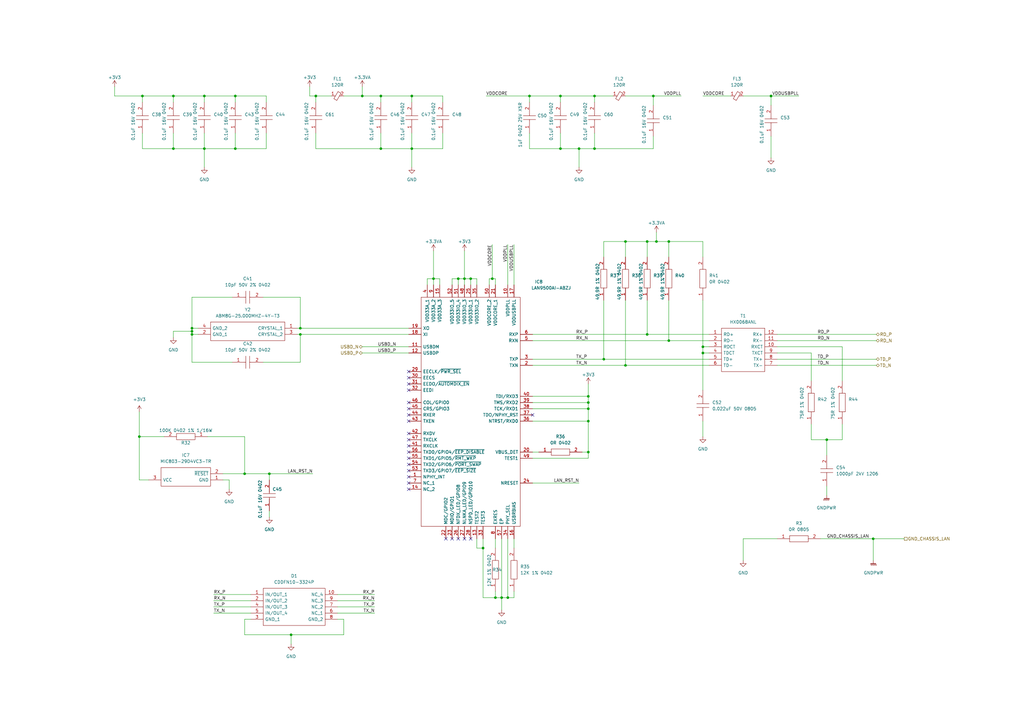
<source format=kicad_sch>
(kicad_sch (version 20231120) (generator "eeschema") (generator_version "8.0")
  (paper "A3")
  (junction (at 190.5 114.3))
  (junction (at 193.04 114.3))
  (junction (at 168.91 60.96))
  (junction (at 71.12 39.37))
  (junction (at 247.65 147.32))
  (junction (at 265.43 99.06))
  (junction (at 288.29 142.24))
  (junction (at 269.24 99.06))
  (junction (at 237.49 60.96))
  (junction (at 358.14 220.98))
  (junction (at 339.09 180.34))
  (junction (at 148.59 39.37))
  (junction (at 229.87 60.96))
  (junction (at 288.29 144.78))
  (junction (at 274.32 99.06))
  (junction (at 274.32 139.7))
  (junction (at 96.52 39.37))
  (junction (at 156.21 60.96))
  (junction (at 187.96 114.3))
  (junction (at 256.54 99.06))
  (junction (at 78.74 137.16))
  (junction (at 241.3 162.56))
  (junction (at 198.12 224.79))
  (junction (at 78.74 134.62))
  (junction (at 241.3 165.1))
  (junction (at 265.43 137.16))
  (junction (at 243.84 39.37))
  (junction (at 177.8 114.3))
  (junction (at 316.23 39.37))
  (junction (at 229.87 39.37))
  (junction (at 203.2 245.11))
  (junction (at 156.21 39.37))
  (junction (at 83.82 39.37))
  (junction (at 208.28 245.11))
  (junction (at 123.19 137.16))
  (junction (at 110.49 194.31))
  (junction (at 129.54 39.37))
  (junction (at 267.97 39.37))
  (junction (at 168.91 39.37))
  (junction (at 241.3 167.64))
  (junction (at 83.82 60.96))
  (junction (at 256.54 149.86))
  (junction (at 241.3 185.42))
  (junction (at 123.19 134.62))
  (junction (at 217.17 39.37))
  (junction (at 58.42 39.37))
  (junction (at 243.84 60.96))
  (junction (at 205.74 245.11))
  (junction (at 201.93 114.3))
  (junction (at 96.52 60.96))
  (junction (at 71.12 60.96))
  (junction (at 78.74 135.89))
  (junction (at 241.3 172.72))
  (junction (at 119.38 260.35))
  (junction (at 100.33 194.31))
  (junction (at 57.15 179.07))
  (no_connect (at 167.64 177.8))
  (no_connect (at 167.64 193.04))
  (no_connect (at 167.64 187.96))
  (no_connect (at 167.64 185.42))
  (no_connect (at 167.64 172.72))
  (no_connect (at 193.04 220.98))
  (no_connect (at 167.64 170.18))
  (no_connect (at 167.64 160.02))
  (no_connect (at 190.5 220.98))
  (no_connect (at 167.64 157.48))
  (no_connect (at 167.64 180.34))
  (no_connect (at 167.64 182.88))
  (no_connect (at 167.64 195.58))
  (no_connect (at 182.88 220.98))
  (no_connect (at 187.96 220.98))
  (no_connect (at 167.64 167.64))
  (no_connect (at 167.64 198.12))
  (no_connect (at 167.64 200.66))
  (no_connect (at 167.64 190.5))
  (no_connect (at 218.44 170.18))
  (no_connect (at 167.64 152.4))
  (no_connect (at 167.64 165.1))
  (no_connect (at 167.64 154.94))
  (no_connect (at 185.42 220.98))
  (wire (pts (xy 181.61 39.37) (xy 181.61 41.91)))
  (wire (pts (xy 58.42 60.96) (xy 71.12 60.96)))
  (wire (pts (xy 138.43 243.84) (xy 153.67 243.84)))
  (wire (pts (xy 241.3 185.42) (xy 238.76 185.42)))
  (wire (pts (xy 241.3 157.48) (xy 241.3 162.56)))
  (wire (pts (xy 198.12 245.11) (xy 203.2 245.11)))
  (wire (pts (xy 241.3 172.72) (xy 241.3 185.42)))
  (wire (pts (xy 71.12 54.61) (xy 71.12 60.96)))
  (wire (pts (xy 123.19 137.16) (xy 167.64 137.16)))
  (wire (pts (xy 218.44 187.96) (xy 241.3 187.96)))
  (wire (pts (xy 243.84 39.37) (xy 243.84 41.91)))
  (wire (pts (xy 345.44 180.34) (xy 345.44 173.99)))
  (wire (pts (xy 229.87 39.37) (xy 229.87 41.91)))
  (wire (pts (xy 110.49 194.31) (xy 128.27 194.31)))
  (wire (pts (xy 83.82 39.37) (xy 71.12 39.37)))
  (wire (pts (xy 316.23 39.37) (xy 304.8 39.37)))
  (wire (pts (xy 180.34 114.3) (xy 180.34 116.84)))
  (wire (pts (xy 148.59 39.37) (xy 156.21 39.37)))
  (wire (pts (xy 217.17 54.61) (xy 217.17 60.96)))
  (wire (pts (xy 229.87 60.96) (xy 229.87 54.61)))
  (wire (pts (xy 138.43 248.92) (xy 153.67 248.92)))
  (wire (pts (xy 193.04 114.3) (xy 193.04 116.84)))
  (wire (pts (xy 148.59 35.56) (xy 148.59 39.37)))
  (wire (pts (xy 332.74 144.78) (xy 318.77 144.78)))
  (wire (pts (xy 110.49 209.55) (xy 110.49 212.09)))
  (wire (pts (xy 119.38 260.35) (xy 119.38 264.16)))
  (wire (pts (xy 87.63 248.92) (xy 102.87 248.92)))
  (wire (pts (xy 175.26 114.3) (xy 177.8 114.3)))
  (wire (pts (xy 345.44 142.24) (xy 345.44 156.21)))
  (wire (pts (xy 241.3 172.72) (xy 241.3 167.64)))
  (wire (pts (xy 218.44 198.12) (xy 237.49 198.12)))
  (wire (pts (xy 110.49 194.31) (xy 110.49 196.85)))
  (wire (pts (xy 100.33 179.07) (xy 85.09 179.07)))
  (wire (pts (xy 237.49 60.96) (xy 229.87 60.96)))
  (wire (pts (xy 256.54 99.06) (xy 256.54 105.41)))
  (wire (pts (xy 247.65 105.41) (xy 247.65 99.06)))
  (wire (pts (xy 201.93 100.33) (xy 201.93 114.3)))
  (wire (pts (xy 195.58 224.79) (xy 198.12 224.79)))
  (wire (pts (xy 177.8 114.3) (xy 177.8 116.84)))
  (wire (pts (xy 288.29 39.37) (xy 299.72 39.37)))
  (wire (pts (xy 247.65 99.06) (xy 256.54 99.06)))
  (wire (pts (xy 107.95 148.59) (xy 123.19 148.59)))
  (wire (pts (xy 358.14 220.98) (xy 370.84 220.98)))
  (wire (pts (xy 127 39.37) (xy 129.54 39.37)))
  (wire (pts (xy 177.8 114.3) (xy 180.34 114.3)))
  (wire (pts (xy 168.91 60.96) (xy 181.61 60.96)))
  (wire (pts (xy 83.82 54.61) (xy 83.82 60.96)))
  (wire (pts (xy 339.09 180.34) (xy 345.44 180.34)))
  (wire (pts (xy 208.28 220.98) (xy 208.28 245.11)))
  (wire (pts (xy 218.44 162.56) (xy 241.3 162.56)))
  (wire (pts (xy 339.09 180.34) (xy 339.09 186.69)))
  (wire (pts (xy 332.74 180.34) (xy 339.09 180.34)))
  (wire (pts (xy 243.84 54.61) (xy 243.84 60.96)))
  (wire (pts (xy 358.14 229.87) (xy 358.14 220.98)))
  (wire (pts (xy 256.54 149.86) (xy 290.83 149.86)))
  (wire (pts (xy 288.29 144.78) (xy 288.29 142.24)))
  (wire (pts (xy 200.66 114.3) (xy 201.93 114.3)))
  (wire (pts (xy 187.96 116.84) (xy 187.96 114.3)))
  (wire (pts (xy 129.54 39.37) (xy 135.89 39.37)))
  (wire (pts (xy 217.17 39.37) (xy 229.87 39.37)))
  (wire (pts (xy 83.82 60.96) (xy 96.52 60.96)))
  (wire (pts (xy 138.43 251.46) (xy 153.67 251.46)))
  (wire (pts (xy 218.44 139.7) (xy 274.32 139.7)))
  (wire (pts (xy 58.42 39.37) (xy 58.42 41.91)))
  (wire (pts (xy 218.44 149.86) (xy 256.54 149.86)))
  (wire (pts (xy 87.63 251.46) (xy 102.87 251.46)))
  (wire (pts (xy 138.43 246.38) (xy 153.67 246.38)))
  (wire (pts (xy 208.28 100.33) (xy 208.28 116.84)))
  (wire (pts (xy 274.32 123.19) (xy 274.32 139.7)))
  (wire (pts (xy 247.65 123.19) (xy 247.65 147.32)))
  (wire (pts (xy 203.2 114.3) (xy 203.2 116.84)))
  (wire (pts (xy 274.32 105.41) (xy 274.32 99.06)))
  (wire (pts (xy 100.33 260.35) (xy 119.38 260.35)))
  (wire (pts (xy 195.58 114.3) (xy 193.04 114.3)))
  (wire (pts (xy 123.19 121.92) (xy 123.19 134.62)))
  (wire (pts (xy 187.96 114.3) (xy 190.5 114.3)))
  (wire (pts (xy 83.82 41.91) (xy 83.82 39.37)))
  (wire (pts (xy 332.74 173.99) (xy 332.74 180.34)))
  (wire (pts (xy 198.12 224.79) (xy 198.12 220.98)))
  (wire (pts (xy 210.82 220.98) (xy 210.82 224.79)))
  (wire (pts (xy 198.12 224.79) (xy 198.12 245.11)))
  (wire (pts (xy 218.44 185.42) (xy 220.98 185.42)))
  (wire (pts (xy 109.22 39.37) (xy 96.52 39.37)))
  (wire (pts (xy 190.5 102.87) (xy 190.5 114.3)))
  (wire (pts (xy 218.44 167.64) (xy 241.3 167.64)))
  (wire (pts (xy 304.8 229.87) (xy 304.8 220.98)))
  (wire (pts (xy 247.65 147.32) (xy 290.83 147.32)))
  (wire (pts (xy 243.84 39.37) (xy 251.46 39.37)))
  (wire (pts (xy 290.83 144.78) (xy 288.29 144.78)))
  (wire (pts (xy 265.43 99.06) (xy 265.43 105.41)))
  (wire (pts (xy 96.52 54.61) (xy 96.52 60.96)))
  (wire (pts (xy 288.29 99.06) (xy 274.32 99.06)))
  (wire (pts (xy 87.63 243.84) (xy 102.87 243.84)))
  (wire (pts (xy 71.12 135.89) (xy 78.74 135.89)))
  (wire (pts (xy 148.59 144.78) (xy 167.64 144.78)))
  (wire (pts (xy 95.25 148.59) (xy 78.74 148.59)))
  (wire (pts (xy 241.3 187.96) (xy 241.3 185.42)))
  (wire (pts (xy 267.97 39.37) (xy 279.4 39.37)))
  (wire (pts (xy 269.24 99.06) (xy 269.24 95.25)))
  (wire (pts (xy 210.82 100.33) (xy 210.82 116.84)))
  (wire (pts (xy 267.97 60.96) (xy 243.84 60.96)))
  (wire (pts (xy 195.58 116.84) (xy 195.58 114.3)))
  (wire (pts (xy 339.09 199.39) (xy 339.09 203.2)))
  (wire (pts (xy 57.15 179.07) (xy 67.31 179.07)))
  (wire (pts (xy 91.44 196.85) (xy 93.98 196.85)))
  (wire (pts (xy 107.95 121.92) (xy 123.19 121.92)))
  (wire (pts (xy 123.19 134.62) (xy 167.64 134.62)))
  (wire (pts (xy 96.52 60.96) (xy 109.22 60.96)))
  (wire (pts (xy 129.54 60.96) (xy 156.21 60.96)))
  (wire (pts (xy 185.42 114.3) (xy 187.96 114.3)))
  (wire (pts (xy 100.33 254) (xy 100.33 260.35)))
  (wire (pts (xy 185.42 116.84) (xy 185.42 114.3)))
  (wire (pts (xy 241.3 162.56) (xy 241.3 165.1)))
  (wire (pts (xy 200.66 116.84) (xy 200.66 114.3)))
  (wire (pts (xy 358.14 220.98) (xy 336.55 220.98)))
  (wire (pts (xy 123.19 148.59) (xy 123.19 137.16)))
  (wire (pts (xy 218.44 137.16) (xy 265.43 137.16)))
  (wire (pts (xy 95.25 121.92) (xy 78.74 121.92)))
  (wire (pts (xy 168.91 39.37) (xy 168.91 41.91)))
  (wire (pts (xy 316.23 43.18) (xy 316.23 39.37)))
  (wire (pts (xy 288.29 142.24) (xy 288.29 123.19)))
  (wire (pts (xy 71.12 60.96) (xy 83.82 60.96)))
  (wire (pts (xy 156.21 39.37) (xy 156.21 41.91)))
  (wire (pts (xy 140.97 260.35) (xy 140.97 254)))
  (wire (pts (xy 190.5 114.3) (xy 193.04 114.3)))
  (wire (pts (xy 78.74 121.92) (xy 78.74 134.62)))
  (wire (pts (xy 208.28 245.11) (xy 210.82 245.11)))
  (wire (pts (xy 205.74 245.11) (xy 208.28 245.11)))
  (wire (pts (xy 156.21 39.37) (xy 168.91 39.37)))
  (wire (pts (xy 203.2 242.57) (xy 203.2 245.11)))
  (wire (pts (xy 274.32 139.7) (xy 290.83 139.7)))
  (wire (pts (xy 318.77 149.86) (xy 359.41 149.86)))
  (wire (pts (xy 78.74 137.16) (xy 81.28 137.16)))
  (wire (pts (xy 119.38 260.35) (xy 140.97 260.35)))
  (wire (pts (xy 304.8 220.98) (xy 318.77 220.98)))
  (wire (pts (xy 288.29 144.78) (xy 288.29 160.02)))
  (wire (pts (xy 177.8 102.87) (xy 177.8 114.3)))
  (wire (pts (xy 203.2 245.11) (xy 205.74 245.11)))
  (wire (pts (xy 140.97 254) (xy 138.43 254)))
  (wire (pts (xy 100.33 194.31) (xy 110.49 194.31)))
  (wire (pts (xy 218.44 147.32) (xy 247.65 147.32)))
  (wire (pts (xy 91.44 194.31) (xy 100.33 194.31)))
  (wire (pts (xy 267.97 55.88) (xy 267.97 60.96)))
  (wire (pts (xy 87.63 246.38) (xy 102.87 246.38)))
  (wire (pts (xy 109.22 41.91) (xy 109.22 39.37)))
  (wire (pts (xy 168.91 60.96) (xy 168.91 68.58)))
  (wire (pts (xy 58.42 60.96) (xy 58.42 54.61)))
  (wire (pts (xy 318.77 139.7) (xy 359.41 139.7)))
  (wire (pts (xy 217.17 39.37) (xy 217.17 41.91)))
  (wire (pts (xy 181.61 60.96) (xy 181.61 54.61)))
  (wire (pts (xy 203.2 220.98) (xy 203.2 224.79)))
  (wire (pts (xy 71.12 39.37) (xy 58.42 39.37)))
  (wire (pts (xy 265.43 99.06) (xy 269.24 99.06)))
  (wire (pts (xy 168.91 39.37) (xy 181.61 39.37)))
  (wire (pts (xy 229.87 39.37) (xy 243.84 39.37)))
  (wire (pts (xy 96.52 41.91) (xy 96.52 39.37)))
  (wire (pts (xy 175.26 116.84) (xy 175.26 114.3)))
  (wire (pts (xy 57.15 179.07) (xy 57.15 196.85)))
  (wire (pts (xy 241.3 165.1) (xy 241.3 167.64)))
  (wire (pts (xy 140.97 39.37) (xy 148.59 39.37)))
  (wire (pts (xy 205.74 220.98) (xy 205.74 245.11)))
  (wire (pts (xy 288.29 105.41) (xy 288.29 99.06)))
  (wire (pts (xy 100.33 179.07) (xy 100.33 194.31)))
  (wire (pts (xy 217.17 60.96) (xy 229.87 60.96)))
  (wire (pts (xy 127 35.56) (xy 127 39.37)))
  (wire (pts (xy 318.77 137.16) (xy 359.41 137.16)))
  (wire (pts (xy 205.74 245.11) (xy 205.74 250.19)))
  (wire (pts (xy 256.54 99.06) (xy 265.43 99.06)))
  (wire (pts (xy 156.21 54.61) (xy 156.21 60.96)))
  (wire (pts (xy 83.82 60.96) (xy 83.82 68.58)))
  (wire (pts (xy 265.43 137.16) (xy 290.83 137.16)))
  (wire (pts (xy 148.59 142.24) (xy 167.64 142.24)))
  (wire (pts (xy 78.74 134.62) (xy 78.74 135.89)))
  (wire (pts (xy 332.74 156.21) (xy 332.74 144.78)))
  (wire (pts (xy 274.32 99.06) (xy 269.24 99.06)))
  (wire (pts (xy 267.97 39.37) (xy 256.54 39.37)))
  (wire (pts (xy 288.29 142.24) (xy 290.83 142.24)))
  (wire (pts (xy 71.12 41.91) (xy 71.12 39.37)))
  (wire (pts (xy 190.5 114.3) (xy 190.5 116.84)))
  (wire (pts (xy 201.93 114.3) (xy 203.2 114.3)))
  (wire (pts (xy 237.49 60.96) (xy 237.49 68.58)))
  (wire (pts (xy 102.87 254) (xy 100.33 254)))
  (wire (pts (xy 318.77 147.32) (xy 359.41 147.32)))
  (wire (pts (xy 71.12 138.43) (xy 71.12 135.89)))
  (wire (pts (xy 109.22 54.61) (xy 109.22 60.96)))
  (wire (pts (xy 318.77 142.24) (xy 345.44 142.24)))
  (wire (pts (xy 218.44 165.1) (xy 241.3 165.1)))
  (wire (pts (xy 168.91 54.61) (xy 168.91 60.96)))
  (wire (pts (xy 129.54 39.37) (xy 129.54 41.91)))
  (wire (pts (xy 243.84 60.96) (xy 237.49 60.96)))
  (wire (pts (xy 267.97 43.18) (xy 267.97 39.37)))
  (wire (pts (xy 288.29 172.72) (xy 288.29 179.07)))
  (wire (pts (xy 57.15 196.85) (xy 60.96 196.85)))
  (wire (pts (xy 316.23 39.37) (xy 327.66 39.37)))
  (wire (pts (xy 46.99 39.37) (xy 58.42 39.37)))
  (wire (pts (xy 57.15 168.91) (xy 57.15 179.07)))
  (wire (pts (xy 121.92 134.62) (xy 123.19 134.62)))
  (wire (pts (xy 265.43 123.19) (xy 265.43 137.16)))
  (wire (pts (xy 121.92 137.16) (xy 123.19 137.16)))
  (wire (pts (xy 78.74 134.62) (xy 81.28 134.62)))
  (wire (pts (xy 156.21 60.96) (xy 168.91 60.96)))
  (wire (pts (xy 256.54 123.19) (xy 256.54 149.86)))
  (wire (pts (xy 316.23 55.88) (xy 316.23 64.77)))
  (wire (pts (xy 93.98 196.85) (xy 93.98 200.66)))
  (wire (pts (xy 46.99 35.56) (xy 46.99 39.37)))
  (wire (pts (xy 218.44 172.72) (xy 241.3 172.72)))
  (wire (pts (xy 129.54 54.61) (xy 129.54 60.96)))
  (wire (pts (xy 96.52 39.37) (xy 83.82 39.37)))
  (wire (pts (xy 78.74 148.59) (xy 78.74 137.16)))
  (wire (pts (xy 210.82 242.57) (xy 210.82 245.11)))
  (wire (pts (xy 195.58 220.98) (xy 195.58 224.79)))
  (wire (pts (xy 78.74 135.89) (xy 78.74 137.16)))
  (wire (pts (xy 199.39 39.37) (xy 217.17 39.37)))
  (label "VDDUSBPLL" (at 210.82 100.33 270))
  (label "RD_P" (at 335.28 137.16 0))
  (label "USBD_N" (at 154.94 142.24 0))
  (label "LAN_RST_N" (at 128.27 194.31 180))
  (label "VDDCORE" (at 201.93 100.33 270))
  (label "VDDCORE" (at 288.29 39.37 0))
  (label "VDDCORE" (at 199.39 39.37 0))
  (label "RX_P" (at 87.63 243.84 0))
  (label "GND_CHASSIS_LAN" (at 339.09 220.98 0))
  (label "TX_N" (at 153.67 251.46 180))
  (label "VDDUSBPLL" (at 327.66 39.37 180))
  (label "RX_N" (at 236.22 139.7 0))
  (label "RD_N" (at 335.28 139.7 0))
  (label "TD_N" (at 335.28 149.86 0))
  (label "TD_P" (at 335.28 147.32 0))
  (label "VDDPLL" (at 279.4 39.37 180))
  (label "RX_N" (at 153.67 246.38 180))
  (label "TX_N" (at 87.63 251.46 0))
  (label "RX_P" (at 236.22 137.16 0))
  (label "LAN_RST_N" (at 237.49 198.12 180))
  (label "RX_P" (at 153.67 243.84 180))
  (label "TX_P" (at 87.63 248.92 0))
  (label "VDDPLL" (at 208.28 100.33 270))
  (label "TX_P" (at 153.67 248.92 180))
  (label "USBD_P" (at 154.94 144.78 0))
  (label "TX_N" (at 236.22 149.86 0))
  (label "RX_N" (at 87.63 246.38 0))
  (label "TX_P" (at 236.22 147.32 0))
  (hierarchical_label "TD_N" (shape bidirectional) (at 359.41 149.86 0))
  (hierarchical_label "RD_P" (shape bidirectional) (at 359.41 137.16 0))
  (hierarchical_label "USBD_N" (shape bidirectional) (at 148.59 142.24 180))
  (hierarchical_label "GND_CHASSIS_LAN" (shape passive) (at 370.84 220.98 0))
  (hierarchical_label "TD_P" (shape bidirectional) (at 359.41 147.32 0))
  (hierarchical_label "RD_N" (shape bidirectional) (at 359.41 139.7 0))
  (hierarchical_label "USBD_P" (shape bidirectional) (at 148.59 144.78 180))
  (symbol (lib_id "my_res:0R 5% 0402") (at 220.98 185.42 0) (unit 1)
    (property "Reference" "R36" (at 229.87 179.07 0))
    (property "Value" "0R 0402" (at 229.87 181.61 0))
    (property "Footprint" "R_0402_1005Metric" (effects (hide yes)))
    (property "Datasheet" "https://www.bourns.com/pdfs/CR0402.pdf" (effects (hide yes)))
    (property "Description" "SMD 0402 thick film resistor jumper 0R Bourns CR0402 Series Thick Film Surface Mount Fixed Resistor 402 Case 0 +/-5% 0.063W -250  +500ppm/C" (effects (hide yes)))
    (property "Height" "0.4" (effects (hide yes)))
    (property "Manufacturer_Name" "Bourns" (effects (hide yes)))
    (property "Manufacturer_Part_Number" "CR0402-J/-000GLF" (effects (hide yes)))
    (property "Mouser Part Number" "652-CR0402-J/-000GLF" (effects (hide yes)))
    (property "Mouser Price/Stock" "https://www.mouser.co.uk/ProductDetail/Bourns/CR0402-J-000GLF?qs=fUi2qSStIGAdmnvM3j05pw%3D%3D" (effects (hide yes)))
    (property "Arrow Part Number" "CR0402-J/-000GLF" (effects (hide yes)))
    (property "Arrow Price/Stock" "https://www.arrow.com/en/products/cr0402-j-000glf/bourns?region=nac" (effects (hide yes)))
  )
  (symbol (lib_id "my_cap:0.022uF 50V 0805") (at 288.29 172.72 90) (unit 1)
    (property "Reference" "C52" (at 292.1 165.0999 90) (effects (justify right)))
    (property "Value" "0.022uF 50V 0805" (at 292.1 167.6399 90) (effects (justify right)))
    (property "Footprint" "C_0805_2012Metric" (effects (hide yes)))
    (property "Datasheet" "https://www.yageo.com/upload/media/product/productsearch/datasheet/mlcc/UPY-AC_NP0X7R_6.3V-to-1KV_17.pdf" (effects (hide yes)))
    (property "Description" "Multilayer Ceramic Capacitors MLCC - SMD/SMT 22K pF 50 Volt 10% AEC-Q200" (effects (hide yes)))
    (property "Height" "0.95" (effects (hide yes)))
    (property "Manufacturer_Name" "KEMET" (effects (hide yes)))
    (property "Manufacturer_Part_Number" "AC0805KRX7R9BB223" (effects (hide yes)))
    (property "Mouser Part Number" "603-AC805KRX7R9BB223" (effects (hide yes)))
    (property "Mouser Price/Stock" "https://www.mouser.com/Search/Refine.aspx?Keyword=603-AC805KRX7R9BB223" (effects (hide yes)))
  )
  (symbol (lib_id "my_res:49.9R 1% 0402") (at 256.54 123.19 90) (unit 1)
    (property "Reference" "R38" (at 259.08 113.0299 90) (effects (justify right)))
    (property "Value" "49.9R 1% 0402" (at 254 107.95 0) (effects (justify right)))
    (property "Footprint" "R_0402_1005Metric" (effects (hide yes)))
    (property "Datasheet" "http://industrial.panasonic.com/cdbs/www-data/pdf/RDA0000/AOA0000C304.pdf" (effects (hide yes)))
    (property "Description" "Precision Thick Film Chip Resistor, 0402, 0.063W" (effects (hide yes)))
    (property "Height" "0.4" (effects (hide yes)))
    (property "Manufacturer_Name" "Panasonic" (effects (hide yes)))
    (property "Manufacturer_Part_Number" "ERJ-2RKF49R9X" (effects (hide yes)))
    (property "Mouser Part Number" "667-ERJ-2RKF49R9X" (effects (hide yes)))
    (property "Mouser Price/Stock" "https://www.mouser.co.uk/ProductDetail/Panasonic/ERJ-2RKF49R9X/?qs=H7k1u0Mp9JRlVR2BPVKZIg%3D%3D" (effects (hide yes)))
    (property "Arrow Part Number" "ERJ-2RKF49R9X" (effects (hide yes)))
    (property "Arrow Price/Stock" "https://www.arrow.com/en/products/erj-2rkf49r9x/panasonic" (effects (hide yes)))
  )
  (symbol (lib_id "global_lib:SFR01MZPF1003") (at 85.09 179.07 180) (unit 1)
    (property "Reference" "R32" (at 76.2 181.61 0))
    (property "Value" "100K 0402 1% 1/16W" (at 76.2 176.53 0))
    (property "Footprint" "R_0402_1005Metric" (effects (hide yes)))
    (property "Datasheet" "https://fscdn.rohm.com/en/products/databook/datasheet/passive/resistor/chip_resistor/sfr-e.pdf" (effects (hide yes)))
    (property "Description" "Thick Film Resistors - SMD 0402 100Kohm 1% Anti-Sulfur AEC-Q200" (effects (hide yes)))
    (property "Height" "0.4" (effects (hide yes)))
    (property "Manufacturer_Name" "ROHM Semiconductor" (effects (hide yes)))
    (property "Manufacturer_Part_Number" "SFR01MZPF1003" (effects (hide yes)))
    (property "Mouser Part Number" "755-SFR01MZPF1003" (effects (hide yes)))
    (property "Mouser Price/Stock" "https://www.mouser.co.uk/ProductDetail/ROHM-Semiconductor/SFR01MZPF1003?qs=Mv7BduZupUj2RFL5gMaKTg%3D%3D" (effects (hide yes)))
  )
  (symbol (lib_id "power:GND") (at 237.49 68.58 0) (unit 1)
    (property "Reference" "#PWR049" (effects (hide yes)))
    (property "Value" "GND" (at 237.49 73.66 0))
  )
  (symbol (lib_id "my_res:75R 1% 0402") (at 332.74 173.99 90) (unit 1)
    (property "Reference" "R42" (at 335.28 163.8299 90) (effects (justify right)))
    (property "Value" "75R 1% 0402" (at 328.93 158.75 0) (effects (justify right)))
    (property "Footprint" "R_0402_1005Metric" (effects (hide yes)))
    (property "Datasheet" "http://industrial.panasonic.com/cdbs/www-data/pdf/RDA0000/AOA0000C304.pdf" (effects (hide yes)))
    (property "Description" "Precision Thick Film Chip Resistor, 0402, 0.063W" (effects (hide yes)))
    (property "Height" "0.4" (effects (hide yes)))
    (property "Manufacturer_Name" "Panasonic" (effects (hide yes)))
    (property "Manufacturer_Part_Number" "ERJ-2RKF75R0X" (effects (hide yes)))
    (property "Mouser Part Number" "667-ERJ-2RKF75R0X" (effects (hide yes)))
    (property "Mouser Price/Stock" "https://www.mouser.com/Search/Refine.aspx?Keyword=667-ERJ-2RKF75R0X" (effects (hide yes)))
    (property "Arrow Part Number" "ERJ-2RKF75R0X" (effects (hide yes)))
    (property "Arrow Price/Stock" "https://www.arrow.com/en/products/erj-2rkf75r0x/panasonic" (effects (hide yes)))
  )
  (symbol (lib_id "my_res:12K 1% 0402") (at 210.82 242.57 90) (unit 1)
    (property "Reference" "R35" (at 213.36 232.4099 90) (effects (justify right)))
    (property "Value" "12K 1% 0402" (at 213.36 234.9499 90) (effects (justify right)))
    (property "Footprint" "R_0402_1005Metric" (effects (hide yes)))
    (property "Datasheet" "https://industrial.panasonic.com/cdbs/www-data/pdf/RDP0000/AOA0000C334.pdf" (effects (hide yes)))
    (property "Description" "Anti-Sulfurated Thick Film Chip Resistor, 0402, 0.1W" (effects (hide yes)))
    (property "Height" "0.4" (effects (hide yes)))
    (property "Manufacturer_Name" "Panasonic" (effects (hide yes)))
    (property "Manufacturer_Part_Number" "ERJ-U02F1202X" (effects (hide yes)))
  )
  (symbol (lib_id "power:GND") (at 168.91 68.58 0) (unit 1)
    (property "Reference" "#PWR045" (effects (hide yes)))
    (property "Value" "GND" (at 168.91 73.66 0))
  )
  (symbol (lib_id "my_res:0R 5% 0402") (at 288.29 123.19 90) (unit 1)
    (property "Reference" "R41" (at 290.83 113.0299 90) (effects (justify right)))
    (property "Value" "0R 0402" (at 290.83 115.5699 90) (effects (justify right)))
    (property "Footprint" "R_0402_1005Metric" (effects (hide yes)))
    (property "Datasheet" "https://www.bourns.com/pdfs/CR0402.pdf" (effects (hide yes)))
    (property "Description" "SMD 0402 thick film resistor jumper 0R Bourns CR0402 Series Thick Film Surface Mount Fixed Resistor 402 Case 0 +/-5% 0.063W -250  +500ppm/C" (effects (hide yes)))
    (property "Height" "0.4" (effects (hide yes)))
    (property "Manufacturer_Name" "Bourns" (effects (hide yes)))
    (property "Manufacturer_Part_Number" "CR0402-J/-000GLF" (effects (hide yes)))
    (property "Mouser Part Number" "652-CR0402-J/-000GLF" (effects (hide yes)))
    (property "Mouser Price/Stock" "https://www.mouser.co.uk/ProductDetail/Bourns/CR0402-J-000GLF?qs=fUi2qSStIGAdmnvM3j05pw%3D%3D" (effects (hide yes)))
    (property "Arrow Part Number" "CR0402-J/-000GLF" (effects (hide yes)))
    (property "Arrow Price/Stock" "https://www.arrow.com/en/products/cr0402-j-000glf/bourns?region=nac" (effects (hide yes)))
  )
  (symbol (lib_id "my_res:49.9R 1% 0402") (at 274.32 123.19 90) (unit 1)
    (property "Reference" "R40" (at 276.86 113.0299 90) (effects (justify right)))
    (property "Value" "49.9R 1% 0402" (at 271.78 107.95 0) (effects (justify right)))
    (property "Footprint" "R_0402_1005Metric" (effects (hide yes)))
    (property "Datasheet" "http://industrial.panasonic.com/cdbs/www-data/pdf/RDA0000/AOA0000C304.pdf" (effects (hide yes)))
    (property "Description" "Precision Thick Film Chip Resistor, 0402, 0.063W" (effects (hide yes)))
    (property "Height" "0.4" (effects (hide yes)))
    (property "Manufacturer_Name" "Panasonic" (effects (hide yes)))
    (property "Manufacturer_Part_Number" "ERJ-2RKF49R9X" (effects (hide yes)))
    (property "Mouser Part Number" "667-ERJ-2RKF49R9X" (effects (hide yes)))
    (property "Mouser Price/Stock" "https://www.mouser.co.uk/ProductDetail/Panasonic/ERJ-2RKF49R9X/?qs=H7k1u0Mp9JRlVR2BPVKZIg%3D%3D" (effects (hide yes)))
    (property "Arrow Part Number" "ERJ-2RKF49R9X" (effects (hide yes)))
    (property "Arrow Price/Stock" "https://www.arrow.com/en/products/erj-2rkf49r9x/panasonic" (effects (hide yes)))
  )
  (symbol (lib_id "my_cap:0.1uF 16V 0402") (at 110.49 209.55 90) (unit 1)
    (property "Reference" "C45" (at 111.76 200.66 90) (effects (justify right)))
    (property "Value" "0.1uF 16V 0402" (at 106.68 196.85 0) (effects (justify right)))
    (property "Footprint" "C_0402_1005Metric" (effects (hide yes)))
    (property "Datasheet" "https://datasheet.datasheetarchive.com/originals/distributors/Datasheets_SAMA/ec4f1577dddcc7a13ddad897a28002d3.pdf" (effects (hide yes)))
    (property "Description" "Ceramic  SMT capacitor 100nF 16Vdc Murata 0402 GRM 100nF Ceramic Multilayer Capacitor, 16 V dc X7R Dielectric ??10%" (effects (hide yes)))
    (property "Height" "0.55" (effects (hide yes)))
    (property "Manufacturer_Name" "Murata Electronics" (effects (hide yes)))
    (property "Manufacturer_Part_Number" "GRM155R71C104KA88D" (effects (hide yes)))
    (property "Mouser Part Number" "N/A" (effects (hide yes)))
    (property "Arrow Part Number" "GRM155R71C104KA88D" (effects (hide yes)))
    (property "Arrow Price/Stock" "https://www.arrow.com/en/products/grm155r71c104ka88d/murata-manufacturing?region=nac" (effects (hide yes)))
  )
  (symbol (lib_id "power:+3V3") (at 190.5 102.87 0) (unit 1)
    (property "Reference" "#PWR047" (effects (hide yes)))
    (property "Value" "+3V3" (at 190.5 99.06 0))
  )
  (symbol (lib_id "my_ferrite:120R") (at 301.9806 51.3588 90) (unit 1)
    (property "Reference" "FL3" (at 302.2219 32.3088 90))
    (property "Value" "120R" (at 302.2219 34.8488 90))
    (property "Footprint" "L_0603_1608Metric" (effects (hide yes)))
    (property "Datasheet" "https://www.murata.com/en-us/products/productdetail?partno=BLM18AG121SN1%23" (effects (hide yes)))
    (property "Description" "BLM18_N1D Series EMI Suppression Filter 120+/-25% at 100MHz 800mA @85" (effects (hide yes)))
    (property "Height" "0.95" (effects (hide yes)))
    (property "Manufacturer_Name" "Murata Electronics" (effects (hide yes)))
    (property "Manufacturer_Part_Number" "BLM18AG121SN1D" (effects (hide yes)))
    (property "Mouser Part Number" "81-BLM11A121S" (effects (hide yes)))
    (property "Mouser Price/Stock" "https://www.mouser.co.uk/ProductDetail/Murata-Electronics/BLM18AG121SN1D?qs=Ib8N9n9oTqMkWdWNokwk3w%3D%3D" (effects (hide yes)))
    (property "Arrow Part Number" "BLM18AG121SN1D" (effects (hide yes)))
    (property "Arrow Price/Stock" "https://www.arrow.com/en/products/blm18ag121sn1d/murata-manufacturing?region=nac" (effects (hide yes)))
  )
  (symbol (lib_id "my_cap:0.1uF 16V 0402") (at 109.22 54.61 90) (unit 1)
    (property "Reference" "C44" (at 113.03 46.9899 90) (effects (justify right)))
    (property "Value" "0.1uF 16V 0402" (at 105.41 41.91 0) (effects (justify right)))
    (property "Footprint" "C_0402_1005Metric" (effects (hide yes)))
    (property "Datasheet" "https://datasheet.datasheetarchive.com/originals/distributors/Datasheets_SAMA/ec4f1577dddcc7a13ddad897a28002d3.pdf" (effects (hide yes)))
    (property "Description" "Ceramic  SMT capacitor 100nF 16Vdc Murata 0402 GRM 100nF Ceramic Multilayer Capacitor, 16 V dc X7R Dielectric ??10%" (effects (hide yes)))
    (property "Height" "0.55" (effects (hide yes)))
    (property "Manufacturer_Name" "Murata Electronics" (effects (hide yes)))
    (property "Manufacturer_Part_Number" "GRM155R71C104KA88D" (effects (hide yes)))
    (property "Mouser Part Number" "N/A" (effects (hide yes)))
    (property "Arrow Part Number" "GRM155R71C104KA88D" (effects (hide yes)))
    (property "Arrow Price/Stock" "https://www.arrow.com/en/products/grm155r71c104ka88d/murata-manufacturing?region=nac" (effects (hide yes)))
  )
  (symbol (lib_id "global_lib:LAN9500AI-ABZJ") (at 167.64 157.48 0) (unit 1)
    (property "Reference" "IC8" (at 220.98 115.57 0))
    (property "Value" "LAN9500AI-ABZJ" (at 226.06 118.11 0))
    (property "Footprint" "QFN50P800X800X100-57N-D" (effects (hide yes)))
    (property "Datasheet" "https://componentsearchengine.com/Datasheets/1/LAN9500AI-ABZJ.pdf" (effects (hide yes)))
    (property "Description" "Ethernet ICs Hi-Speed USB 2.0 10/100 Ethernet CTRL" (effects (hide yes)))
    (property "Height" "1" (effects (hide yes)))
    (property "Manufacturer_Name" "Microchip" (effects (hide yes)))
    (property "Manufacturer_Part_Number" "LAN9500AI-ABZJ" (effects (hide yes)))
    (property "Mouser Part Number" "886-LAN9500AI-ABZJ" (effects (hide yes)))
    (property "Mouser Price/Stock" "https://www.mouser.co.uk/ProductDetail/Microchip-Technology/LAN9500AI-ABZJ?qs=pA5MXup5wxF%2F3MeNLOF5Rg%3D%3D" (effects (hide yes)))
    (property "Arrow Part Number" "LAN9500AI-ABZJ" (effects (hide yes)))
    (property "Arrow Price/Stock" "https://www.arrow.com/en/products/lan9500ai-abzj/microchip-technology" (effects (hide yes)))
  )
  (symbol (lib_id "my_cap:0.1uF 16V 0402") (at 96.52 54.61 90) (unit 1)
    (property "Reference" "C43" (at 100.33 46.9899 90) (effects (justify right)))
    (property "Value" "0.1uF 16V 0402" (at 92.71 41.91 0) (effects (justify right)))
    (property "Footprint" "C_0402_1005Metric" (effects (hide yes)))
    (property "Datasheet" "https://datasheet.datasheetarchive.com/originals/distributors/Datasheets_SAMA/ec4f1577dddcc7a13ddad897a28002d3.pdf" (effects (hide yes)))
    (property "Description" "Ceramic  SMT capacitor 100nF 16Vdc Murata 0402 GRM 100nF Ceramic Multilayer Capacitor, 16 V dc X7R Dielectric ??10%" (effects (hide yes)))
    (property "Height" "0.55" (effects (hide yes)))
    (property "Manufacturer_Name" "Murata Electronics" (effects (hide yes)))
    (property "Manufacturer_Part_Number" "GRM155R71C104KA88D" (effects (hide yes)))
    (property "Mouser Part Number" "N/A" (effects (hide yes)))
    (property "Arrow Part Number" "GRM155R71C104KA88D" (effects (hide yes)))
    (property "Arrow Price/Stock" "https://www.arrow.com/en/products/grm155r71c104ka88d/murata-manufacturing?region=nac" (effects (hide yes)))
  )
  (symbol (lib_id "power:GND") (at 83.82 68.58 0) (unit 1)
    (property "Reference" "#PWR040" (effects (hide yes)))
    (property "Value" "GND" (at 83.82 73.66 0))
  )
  (symbol (lib_id "my_res:0R 0805") (at 318.77 220.98 0) (unit 1)
    (property "Reference" "R3" (at 327.66 214.63 0))
    (property "Value" "0R 0805" (at 327.66 217.17 0))
    (property "Footprint" "R_0805_2012Metric" (effects (hide yes)))
    (property "Datasheet" "http://componentsearchengine.com/Datasheets/1/ERJ-6GEY0R00V.pdf" (effects (hide yes)))
    (property "Description" "RESISTOR, 0805 0 Ohm +/-5% 0.125 W" (effects (hide yes)))
    (property "Height" "0.7" (effects (hide yes)))
    (property "Manufacturer_Name" "Panasonic" (effects (hide yes)))
    (property "Manufacturer_Part_Number" "ERJ-6GEY0R00V" (effects (hide yes)))
    (property "Mouser Part Number" "667-ERJ-6GEY0R00V" (effects (hide yes)))
    (property "Mouser Price/Stock" "https://www.mouser.co.uk/ProductDetail/Panasonic/ERJ-6GEY0R00V?qs=tQNqqtTOejLLHbaWAzeH1w%3D%3D" (effects (hide yes)))
    (property "Arrow Part Number" "ERJ-6GEY0R00V" (effects (hide yes)))
    (property "Arrow Price/Stock" "https://www.arrow.com/en/products/erj-6gey0r00v/panasonic?region=nac" (effects (hide yes)))
  )
  (symbol (lib_id "my_cap:0.1uF 16V 0402") (at 229.87 54.61 90) (unit 1)
    (property "Reference" "C49" (at 233.68 46.9899 90) (effects (justify right)))
    (property "Value" "0.1uF 16V 0402" (at 226.06 41.91 0) (effects (justify right)))
    (property "Footprint" "C_0402_1005Metric" (effects (hide yes)))
    (property "Datasheet" "https://datasheet.datasheetarchive.com/originals/distributors/Datasheets_SAMA/ec4f1577dddcc7a13ddad897a28002d3.pdf" (effects (hide yes)))
    (property "Description" "Ceramic  SMT capacitor 100nF 16Vdc Murata 0402 GRM 100nF Ceramic Multilayer Capacitor, 16 V dc X7R Dielectric ??10%" (effects (hide yes)))
    (property "Height" "0.55" (effects (hide yes)))
    (property "Manufacturer_Name" "Murata Electronics" (effects (hide yes)))
    (property "Manufacturer_Part_Number" "GRM155R71C104KA88D" (effects (hide yes)))
    (property "Mouser Part Number" "N/A" (effects (hide yes)))
    (property "Arrow Part Number" "GRM155R71C104KA88D" (effects (hide yes)))
    (property "Arrow Price/Stock" "https://www.arrow.com/en/products/grm155r71c104ka88d/murata-manufacturing?region=nac" (effects (hide yes)))
  )
  (symbol (lib_id "my_osc:ABM8G-25.000MHZ-4Y-T3") (at 81.28 134.62 0) (unit 1)
    (property "Reference" "Y2" (at 101.6 127 0))
    (property "Value" "ABM8G-25.000MHZ-4Y-T3" (at 101.6 129.54 0))
    (property "Footprint" "ABM8G48000MHZ18D2YT" (effects (hide yes)))
    (property "Datasheet" "https://abracon.com/Resonators/ABM8G.pdf" (effects (hide yes)))
    (property "Description" "Abracon 25MHz Crystal Unit +/-30ppm SMD 4-Pin 3.2 x 2.5 x 1mm" (effects (hide yes)))
    (property "Height" "1" (effects (hide yes)))
    (property "Manufacturer_Name" "ABRACON" (effects (hide yes)))
    (property "Manufacturer_Part_Number" "ABM8G-25.000MHZ-4Y-T3" (effects (hide yes)))
    (property "Mouser Part Number" "815-ABM8G-25-4YT3" (effects (hide yes)))
    (property "Mouser Price/Stock" "https://www.mouser.co.uk/ProductDetail/ABRACON/ABM8G-25000MHZ-4Y-T3?qs=hxOQwdLlgeoFIRxLRcvgsA%3D%3D" (effects (hide yes)))
    (property "Arrow Part Number" "ABM8G-25.000MHZ-4Y-T3" (effects (hide yes)))
    (property "Arrow Price/Stock" "https://www.arrow.com/en/products/abm8g-25.000mhz-4y-t3/abracon" (effects (hide yes)))
  )
  (symbol (lib_id "power:GND") (at 93.98 200.66 0) (unit 1)
    (property "Reference" "#PWR041" (effects (hide yes)))
    (property "Value" "GND" (at 93.98 205.74 0))
  )
  (symbol (lib_id "my_res:75R 1% 0402") (at 345.44 173.99 90) (unit 1)
    (property "Reference" "R44" (at 347.98 163.8299 90) (effects (justify right)))
    (property "Value" "75R 1% 0402" (at 341.63 158.75 0) (effects (justify right)))
    (property "Footprint" "R_0402_1005Metric" (effects (hide yes)))
    (property "Datasheet" "http://industrial.panasonic.com/cdbs/www-data/pdf/RDA0000/AOA0000C304.pdf" (effects (hide yes)))
    (property "Description" "Precision Thick Film Chip Resistor, 0402, 0.063W" (effects (hide yes)))
    (property "Height" "0.4" (effects (hide yes)))
    (property "Manufacturer_Name" "Panasonic" (effects (hide yes)))
    (property "Manufacturer_Part_Number" "ERJ-2RKF75R0X" (effects (hide yes)))
    (property "Mouser Part Number" "667-ERJ-2RKF75R0X" (effects (hide yes)))
    (property "Mouser Price/Stock" "https://www.mouser.com/Search/Refine.aspx?Keyword=667-ERJ-2RKF75R0X" (effects (hide yes)))
    (property "Arrow Part Number" "ERJ-2RKF75R0X" (effects (hide yes)))
    (property "Arrow Price/Stock" "https://www.arrow.com/en/products/erj-2rkf75r0x/panasonic" (effects (hide yes)))
  )
  (symbol (lib_id "power:+3V3") (at 241.3 157.48 0) (unit 1)
    (property "Reference" "#PWR050" (effects (hide yes)))
    (property "Value" "+3V3" (at 241.3 153.67 0))
  )
  (symbol (lib_id "my_cap:0.1uF 16V 0402") (at 71.12 54.61 90) (unit 1)
    (property "Reference" "C39" (at 74.93 46.9899 90) (effects (justify right)))
    (property "Value" "0.1uF 16V 0402" (at 67.31 41.91 0) (effects (justify right)))
    (property "Footprint" "C_0402_1005Metric" (effects (hide yes)))
    (property "Datasheet" "https://datasheet.datasheetarchive.com/originals/distributors/Datasheets_SAMA/ec4f1577dddcc7a13ddad897a28002d3.pdf" (effects (hide yes)))
    (property "Description" "Ceramic  SMT capacitor 100nF 16Vdc Murata 0402 GRM 100nF Ceramic Multilayer Capacitor, 16 V dc X7R Dielectric ??10%" (effects (hide yes)))
    (property "Height" "0.55" (effects (hide yes)))
    (property "Manufacturer_Name" "Murata Electronics" (effects (hide yes)))
    (property "Manufacturer_Part_Number" "GRM155R71C104KA88D" (effects (hide yes)))
    (property "Mouser Part Number" "N/A" (effects (hide yes)))
    (property "Arrow Part Number" "GRM155R71C104KA88D" (effects (hide yes)))
    (property "Arrow Price/Stock" "https://www.arrow.com/en/products/grm155r71c104ka88d/murata-manufacturing?region=nac" (effects (hide yes)))
  )
  (symbol (lib_id "my_ferrite:120R") (at 253.7206 51.3588 90) (unit 1)
    (property "Reference" "FL2" (at 253.9619 32.3088 90))
    (property "Value" "120R" (at 253.9619 34.8488 90))
    (property "Footprint" "L_0603_1608Metric" (effects (hide yes)))
    (property "Datasheet" "https://www.murata.com/en-us/products/productdetail?partno=BLM18AG121SN1%23" (effects (hide yes)))
    (property "Description" "BLM18_N1D Series EMI Suppression Filter 120+/-25% at 100MHz 800mA @85" (effects (hide yes)))
    (property "Height" "0.95" (effects (hide yes)))
    (property "Manufacturer_Name" "Murata Electronics" (effects (hide yes)))
    (property "Manufacturer_Part_Number" "BLM18AG121SN1D" (effects (hide yes)))
    (property "Mouser Part Number" "81-BLM11A121S" (effects (hide yes)))
    (property "Mouser Price/Stock" "https://www.mouser.co.uk/ProductDetail/Murata-Electronics/BLM18AG121SN1D?qs=Ib8N9n9oTqMkWdWNokwk3w%3D%3D" (effects (hide yes)))
    (property "Arrow Part Number" "BLM18AG121SN1D" (effects (hide yes)))
    (property "Arrow Price/Stock" "https://www.arrow.com/en/products/blm18ag121sn1d/murata-manufacturing?region=nac" (effects (hide yes)))
  )
  (symbol (lib_id "power:+3.3VA") (at 269.24 95.25 0) (unit 1)
    (property "Reference" "#PWR051" (effects (hide yes)))
    (property "Value" "+3.3VA" (at 269.24 91.44 0))
  )
  (symbol (lib_id "my_res:12K 1% 0402") (at 203.2 242.57 90) (unit 1)
    (property "Reference" "R34" (at 201.93 233.68 90) (effects (justify right)))
    (property "Value" "12K 1% 0402" (at 200.66 227.33 0) (effects (justify right)))
    (property "Footprint" "R_0402_1005Metric" (effects (hide yes)))
    (property "Datasheet" "https://industrial.panasonic.com/cdbs/www-data/pdf/RDP0000/AOA0000C334.pdf" (effects (hide yes)))
    (property "Description" "Anti-Sulfurated Thick Film Chip Resistor, 0402, 0.1W" (effects (hide yes)))
    (property "Height" "0.4" (effects (hide yes)))
    (property "Manufacturer_Name" "Panasonic" (effects (hide yes)))
    (property "Manufacturer_Part_Number" "ERJ-U02F1202X" (effects (hide yes)))
  )
  (symbol (lib_id "my_cap:10pF 50V 2% 0402") (at 95.25 121.92 0) (unit 1)
    (property "Reference" "C41" (at 101.6 114.3 0))
    (property "Value" "10pF 50V 2% 0402" (at 101.6 116.84 0))
    (property "Footprint" "C_0402_1005Metric" (effects (hide yes)))
    (property "Datasheet" "https://psearch.en.murata.com/capacitor/product/GJM1555C1H100GB01%23.html" (effects (hide yes)))
    (property "Description" "Capacitor GJM15_0.10 L=1.0mm W=0.5mm T=0.5mm" (effects (hide yes)))
    (property "Height" "0.55" (effects (hide yes)))
    (property "Manufacturer_Name" "Murata Electronics" (effects (hide yes)))
    (property "Manufacturer_Part_Number" "GJM1555C1H100GB01D" (effects (hide yes)))
    (property "Mouser Part Number" "81-GJM1555C1H100GB01" (effects (hide yes)))
    (property "Mouser Price/Stock" "https://www.mouser.co.uk/ProductDetail/Murata-Electronics/GJM1555C1H100GB01D?qs=wg6chLqwgwrVpLICke%2FDeA%3D%3D" (effects (hide yes)))
    (property "Arrow Part Number" "GJM1555C1H100GB01D" (effects (hide yes)))
    (property "Arrow Price/Stock" "https://www.arrow.com/en/products/gjm1555c1h100gb01d/murata-manufacturing" (effects (hide yes)))
  )
  (symbol (lib_id "power:GNDPWR") (at 339.09 203.2 0) (unit 1)
    (property "Reference" "#PWR055" (effects (hide yes)))
    (property "Value" "GNDPWR" (at 338.963 208.28 0))
  )
  (symbol (lib_id "power:+3.3VA") (at 177.8 102.87 0) (unit 1)
    (property "Reference" "#PWR046" (effects (hide yes)))
    (property "Value" "+3.3VA" (at 177.8 99.06 0))
  )
  (symbol (lib_id "power:+3V3") (at 46.99 35.56 0) (unit 1)
    (property "Reference" "#PWR037" (effects (hide yes)))
    (property "Value" "+3V3" (at 46.99 31.75 0))
  )
  (symbol (lib_id "global_lib:HX0068ANL") (at 290.83 137.16 0) (unit 1)
    (property "Reference" "T1" (at 304.8 129.54 0))
    (property "Value" "HX0068ANL" (at 304.8 132.08 0))
    (property "Footprint" "HX0068ANL" (effects (hide yes)))
    (property "Datasheet" "https://productfinder.pulseeng.com/doc_type/WEB301/doc_num/H304/doc_part/H304.rev.N(0919).pdf" (effects (hide yes)))
    (property "Description" "Audio Transformers / Signal Transformers 100BaseTX SMD NonPoE 1-Port" (effects (hide yes)))
    (property "Height" "2.08" (effects (hide yes)))
    (property "Manufacturer_Name" "Pulse" (effects (hide yes)))
    (property "Manufacturer_Part_Number" "HX0068ANL" (effects (hide yes)))
    (property "Mouser Part Number" "673-HX0068ANL" (effects (hide yes)))
    (property "Mouser Price/Stock" "https://www.mouser.co.uk/ProductDetail/Pulse-Electronics/HX0068ANL?qs=opBjA1TV901Z3b5I7v0t3Q%3D%3D" (effects (hide yes)))
    (property "Arrow Part Number" "HX0068ANL" (effects (hide yes)))
    (property "Arrow Price/Stock" "https://www.arrow.com/en/products/hx0068anl/pulse-electronics-corporation?region=nac" (effects (hide yes)))
  )
  (symbol (lib_id "my_cap:0.1uF 16V 0402") (at 58.42 54.61 90) (unit 1)
    (property "Reference" "C38" (at 62.23 46.9899 90) (effects (justify right)))
    (property "Value" "0.1uF 16V 0402" (at 54.61 41.91 0) (effects (justify right)))
    (property "Footprint" "C_0402_1005Metric" (effects (hide yes)))
    (property "Datasheet" "https://datasheet.datasheetarchive.com/originals/distributors/Datasheets_SAMA/ec4f1577dddcc7a13ddad897a28002d3.pdf" (effects (hide yes)))
    (property "Description" "Ceramic  SMT capacitor 100nF 16Vdc Murata 0402 GRM 100nF Ceramic Multilayer Capacitor, 16 V dc X7R Dielectric ??10%" (effects (hide yes)))
    (property "Height" "0.55" (effects (hide yes)))
    (property "Manufacturer_Name" "Murata Electronics" (effects (hide yes)))
    (property "Manufacturer_Part_Number" "GRM155R71C104KA88D" (effects (hide yes)))
    (property "Mouser Part Number" "N/A" (effects (hide yes)))
    (property "Arrow Part Number" "GRM155R71C104KA88D" (effects (hide yes)))
    (property "Arrow Price/Stock" "https://www.arrow.com/en/products/grm155r71c104ka88d/murata-manufacturing?region=nac" (effects (hide yes)))
  )
  (symbol (lib_id "my_esd:CDDFN10-3324P") (at 102.87 243.84 0) (unit 1)
    (property "Reference" "D1" (at 120.65 236.22 0))
    (property "Value" "CDDFN10-3324P" (at 120.65 238.76 0))
    (property "Footprint" "CDDFN103324P" (effects (hide yes)))
    (property "Datasheet" "https://www.bourns.com/docs/Product-Datasheets/CDDFN10-3324P.pdf" (effects (hide yes)))
    (property "Description" "BOURNS - CDDFN10-3324P - DIODE, ESD PROTECTION, 3.3V, 0.45PF" (effects (hide yes)))
    (property "Manufacturer_Name" "Bourns" (effects (hide yes)))
    (property "Manufacturer_Part_Number" "CDDFN10-3324P" (effects (hide yes)))
    (property "Mouser Part Number" "652-CDDFN10-3324P" (effects (hide yes)))
    (property "Mouser Price/Stock" "https://www.mouser.co.uk/ProductDetail/Bourns/CDDFN10-3324P?qs=3CaSHoNeR5u5NeuGJGyaBA%3D%3D" (effects (hide yes)))
    (property "Arrow Part Number" "CDDFN10-3324P" (effects (hide yes)))
    (property "Arrow Price/Stock" "https://www.arrow.com/en/products/cddfn10-3324p/bourns?region=nac" (effects (hide yes)))
  )
  (symbol (lib_id "power:GND") (at 316.23 64.77 0) (unit 1)
    (property "Reference" "#PWR054" (effects (hide yes)))
    (property "Value" "GND" (at 316.23 69.85 0))
  )
  (symbol (lib_id "my_cap:0.1uF 16V 0402") (at 243.84 54.61 90) (unit 1)
    (property "Reference" "C60" (at 247.65 46.9899 90) (effects (justify right)))
    (property "Value" "0.1uF 16V 0402" (at 240.03 41.91 0) (effects (justify right)))
    (property "Footprint" "C_0402_1005Metric" (effects (hide yes)))
    (property "Datasheet" "https://datasheet.datasheetarchive.com/originals/distributors/Datasheets_SAMA/ec4f1577dddcc7a13ddad897a28002d3.pdf" (effects (hide yes)))
    (property "Description" "Ceramic  SMT capacitor 100nF 16Vdc Murata 0402 GRM 100nF Ceramic Multilayer Capacitor, 16 V dc X7R Dielectric ??10%" (effects (hide yes)))
    (property "Height" "0.55" (effects (hide yes)))
    (property "Manufacturer_Name" "Murata Electronics" (effects (hide yes)))
    (property "Manufacturer_Part_Number" "GRM155R71C104KA88D" (effects (hide yes)))
    (property "Mouser Part Number" "N/A" (effects (hide yes)))
    (property "Arrow Part Number" "GRM155R71C104KA88D" (effects (hide yes)))
    (property "Arrow Price/Stock" "https://www.arrow.com/en/products/grm155r71c104ka88d/murata-manufacturing?region=nac" (effects (hide yes)))
  )
  (symbol (lib_id "my_cap:0.1uF 16V 0402") (at 168.91 54.61 90) (unit 1)
    (property "Reference" "C47" (at 172.72 46.9899 90) (effects (justify right)))
    (property "Value" "0.1uF 16V 0402" (at 165.1 41.91 0) (effects (justify right)))
    (property "Footprint" "C_0402_1005Metric" (effects (hide yes)))
    (property "Datasheet" "https://datasheet.datasheetarchive.com/originals/distributors/Datasheets_SAMA/ec4f1577dddcc7a13ddad897a28002d3.pdf" (effects (hide yes)))
    (property "Description" "Ceramic  SMT capacitor 100nF 16Vdc Murata 0402 GRM 100nF Ceramic Multilayer Capacitor, 16 V dc X7R Dielectric ??10%" (effects (hide yes)))
    (property "Height" "0.55" (effects (hide yes)))
    (property "Manufacturer_Name" "Murata Electronics" (effects (hide yes)))
    (property "Manufacturer_Part_Number" "GRM155R71C104KA88D" (effects (hide yes)))
    (property "Mouser Part Number" "N/A" (effects (hide yes)))
    (property "Arrow Part Number" "GRM155R71C104KA88D" (effects (hide yes)))
    (property "Arrow Price/Stock" "https://www.arrow.com/en/products/grm155r71c104ka88d/murata-manufacturing?region=nac" (effects (hide yes)))
  )
  (symbol (lib_id "power:GND") (at 110.49 212.09 0) (unit 1)
    (property "Reference" "#PWR042" (effects (hide yes)))
    (property "Value" "GND" (at 110.49 217.17 0))
  )
  (symbol (lib_id "power:+3.3VA") (at 148.59 35.56 0) (unit 1)
    (property "Reference" "#PWR044" (effects (hide yes)))
    (property "Value" "+3.3VA" (at 148.59 31.75 0))
  )
  (symbol (lib_id "my_res:49.9R 1% 0402") (at 247.65 123.19 90) (unit 1)
    (property "Reference" "R37" (at 250.19 113.0299 90) (effects (justify right)))
    (property "Value" "49.9R 1% 0402" (at 245.11 107.95 0) (effects (justify right)))
    (property "Footprint" "R_0402_1005Metric" (effects (hide yes)))
    (property "Datasheet" "http://industrial.panasonic.com/cdbs/www-data/pdf/RDA0000/AOA0000C304.pdf" (effects (hide yes)))
    (property "Description" "Precision Thick Film Chip Resistor, 0402, 0.063W" (effects (hide yes)))
    (property "Height" "0.4" (effects (hide yes)))
    (property "Manufacturer_Name" "Panasonic" (effects (hide yes)))
    (property "Manufacturer_Part_Number" "ERJ-2RKF49R9X" (effects (hide yes)))
    (property "Mouser Part Number" "667-ERJ-2RKF49R9X" (effects (hide yes)))
    (property "Mouser Price/Stock" "https://www.mouser.co.uk/ProductDetail/Panasonic/ERJ-2RKF49R9X/?qs=H7k1u0Mp9JRlVR2BPVKZIg%3D%3D" (effects (hide yes)))
    (property "Arrow Part Number" "ERJ-2RKF49R9X" (effects (hide yes)))
    (property "Arrow Price/Stock" "https://www.arrow.com/en/products/erj-2rkf49r9x/panasonic" (effects (hide yes)))
  )
  (symbol (lib_id "global_lib:MIC803-29D4VC3-TR") (at 60.96 194.31 0) (unit 1)
    (property "Reference" "IC7" (at 76.2 186.69 0))
    (property "Value" "MIC803-29D4VC3-TR" (at 76.2 189.23 0))
    (property "Footprint" "SOT65P210X100-3N" (effects (hide yes)))
    (property "Datasheet" "http://ww1.microchip.com/downloads/en/DeviceDoc/mic803.pdf" (effects (hide yes)))
    (property "Description" "3-Pin Microprocessor Supervisor Circuit with Open-Drain Reset Output" (effects (hide yes)))
    (property "Height" "1" (effects (hide yes)))
    (property "Manufacturer_Name" "Microchip" (effects (hide yes)))
    (property "Manufacturer_Part_Number" "MIC803-29D4VC3-TR" (effects (hide yes)))
    (property "Mouser Part Number" "998-MIC803-29D4VC3TR" (effects (hide yes)))
    (property "Mouser Price/Stock" "https://www.mouser.com/ProductDetail/Microchip-Technology/MIC803-29D4VC3-TR?qs=Y3Q3JoKAO1TD5ks6NKz0WQ%3D%3D" (effects (hide yes)))
  )
  (symbol (lib_id "power:GND") (at 205.74 250.19 0) (unit 1)
    (property "Reference" "#PWR048" (effects (hide yes)))
    (property "Value" "GND" (at 205.74 255.27 0))
  )
  (symbol (lib_id "my_cap:1000pF 2kV 1206") (at 339.09 199.39 90) (unit 1)
    (property "Reference" "C54" (at 342.9 191.7699 90) (effects (justify right)))
    (property "Value" "1000pF 2kV 1206" (at 342.9 194.3099 90) (effects (justify right)))
    (property "Footprint" "C_1206_3216Metric" (effects (hide yes)))
    (property "Datasheet" "https://api.kemet.com/component-edge/download/datasheet/C1206C102KGRACAUTO.pdf" (effects (hide yes)))
    (property "Description" "KEMET - C1206C102KGRACAUTO - SMD Multilayer Ceramic Capacitor, AEC-Q200, 1000 pF, 2 kV, 1206 [3216 Metric], +/- 10%, X7R" (effects (hide yes)))
    (property "Height" "1.75" (effects (hide yes)))
    (property "Manufacturer_Name" "Kemet" (effects (hide yes)))
    (property "Manufacturer_Part_Number" "C1206C102KGRACAUTO" (effects (hide yes)))
    (property "Mouser Part Number" "80-C1206C102KGRAUTO" (effects (hide yes)))
    (property "Mouser Price/Stock" "https://www.mouser.co.uk/ProductDetail/KEMET/C1206C102KGRACAUTO?qs=02kMkzikyGKenJNcwYLRQw%3D%3D" (effects (hide yes)))
    (property "Arrow Part Number" "C1206C102KGRACAUTO" (effects (hide yes)))
    (property "Arrow Price/Stock" "https://www.arrow.com/en/products/c1206c102kgracauto/kemet-corporation?region=nac" (effects (hide yes)))
  )
  (symbol (lib_id "power:GND") (at 288.29 179.07 0) (unit 1)
    (property "Reference" "#PWR052" (effects (hide yes)))
    (property "Value" "GND" (at 288.29 184.15 0))
  )
  (symbol (lib_id "my_cap:10pF 50V 2% 0402") (at 95.25 148.59 0) (unit 1)
    (property "Reference" "C42" (at 101.6 140.97 0))
    (property "Value" "10pF 50V 2% 0402" (at 101.6 143.51 0))
    (property "Footprint" "C_0402_1005Metric" (effects (hide yes)))
    (property "Datasheet" "https://psearch.en.murata.com/capacitor/product/GJM1555C1H100GB01%23.html" (effects (hide yes)))
    (property "Description" "Capacitor GJM15_0.10 L=1.0mm W=0.5mm T=0.5mm" (effects (hide yes)))
    (property "Height" "0.55" (effects (hide yes)))
    (property "Manufacturer_Name" "Murata Electronics" (effects (hide yes)))
    (property "Manufacturer_Part_Number" "GJM1555C1H100GB01D" (effects (hide yes)))
    (property "Mouser Part Number" "81-GJM1555C1H100GB01" (effects (hide yes)))
    (property "Mouser Price/Stock" "https://www.mouser.co.uk/ProductDetail/Murata-Electronics/GJM1555C1H100GB01D?qs=wg6chLqwgwrVpLICke%2FDeA%3D%3D" (effects (hide yes)))
    (property "Arrow Part Number" "GJM1555C1H100GB01D" (effects (hide yes)))
    (property "Arrow Price/Stock" "https://www.arrow.com/en/products/gjm1555c1h100gb01d/murata-manufacturing" (effects (hide yes)))
  )
  (symbol (lib_id "power:+3.3V") (at 57.15 168.91 0) (unit 1)
    (property "Reference" "#PWR038" (effects (hide yes)))
    (property "Value" "+3V3" (at 57.15 163.83 0))
  )
  (symbol (lib_id "my_cap:1uF 25V 0402") (at 217.17 54.61 90) (unit 1)
    (property "Reference" "C50" (at 220.4212 47.4253 90) (effects (justify right)))
    (property "Value" "1uF 0402 25V X5R" (at 213.36 41.91 0) (effects (justify right)))
    (property "Footprint" "C_0402_1005Metric" (effects (hide yes)))
    (property "Datasheet" "https://psearch.en.murata.com/capacitor/product/GRM155R61E105KA12%23.html" (effects (hide yes)))
    (property "Description" "MURATA - GRM155R61E105KA12D - CAP, MLCC, X5R, 1UF, 25V, 0402" (effects (hide yes)))
    (property "Height" "0.55" (effects (hide yes)))
    (property "Manufacturer_Name" "Murata Electronics" (effects (hide yes)))
    (property "Manufacturer_Part_Number" "GRM155R61E105KA12D" (effects (hide yes)))
    (property "Mouser Part Number" "81-GRM155R61E105KA2D" (effects (hide yes)))
    (property "Mouser Price/Stock" "https://www.mouser.co.uk/ProductDetail/Murata-Electronics/GRM155R61E105KA12D?qs=hiffU4J9V6bE4a81t2Mv5A%3D%3D" (effects (hide yes)))
    (property "Arrow Part Number" "GRM155R61E105KA12D" (effects (hide yes)))
    (property "Arrow Price/Stock" "https://www.arrow.com/en/products/grm155r61e105ka12d/murata-manufacturing?region=nac" (effects (hide yes)))
  )
  (symbol (lib_id "my_ferrite:120R") (at 138.1506 51.3588 90) (unit 1)
    (property "Reference" "FL1" (at 138.3919 32.3088 90))
    (property "Value" "120R" (at 138.3919 34.8488 90))
    (property "Footprint" "L_0603_1608Metric" (effects (hide yes)))
    (property "Datasheet" "https://www.murata.com/en-us/products/productdetail?partno=BLM18AG121SN1%23" (effects (hide yes)))
    (property "Description" "BLM18_N1D Series EMI Suppression Filter 120+/-25% at 100MHz 800mA @85" (effects (hide yes)))
    (property "Height" "0.95" (effects (hide yes)))
    (property "Manufacturer_Name" "Murata Electronics" (effects (hide yes)))
    (property "Manufacturer_Part_Number" "BLM18AG121SN1D" (effects (hide yes)))
    (property "Mouser Part Number" "81-BLM11A121S" (effects (hide yes)))
    (property "Mouser Price/Stock" "https://www.mouser.co.uk/ProductDetail/Murata-Electronics/BLM18AG121SN1D?qs=Ib8N9n9oTqMkWdWNokwk3w%3D%3D" (effects (hide yes)))
    (property "Arrow Part Number" "BLM18AG121SN1D" (effects (hide yes)))
    (property "Arrow Price/Stock" "https://www.arrow.com/en/products/blm18ag121sn1d/murata-manufacturing?region=nac" (effects (hide yes)))
  )
  (symbol (lib_id "power:GND") (at 71.12 138.43 0) (unit 1)
    (property "Reference" "#PWR039" (effects (hide yes)))
    (property "Value" "GND" (at 71.12 143.51 0))
  )
  (symbol (lib_id "power:GNDPWR") (at 358.14 229.87 0) (mirror y) (unit 1)
    (property "Reference" "#PWR056" (effects (hide yes)))
    (property "Value" "GNDPWR" (at 358.267 234.95 0))
  )
  (symbol (lib_id "my_cap:0.1uF 16V 0402") (at 267.97 55.88 90) (unit 1)
    (property "Reference" "C51" (at 271.78 48.2599 90) (effects (justify right)))
    (property "Value" "0.1uF 16V 0402" (at 264.16 43.18 0) (effects (justify right)))
    (property "Footprint" "C_0402_1005Metric" (effects (hide yes)))
    (property "Datasheet" "https://datasheet.datasheetarchive.com/originals/distributors/Datasheets_SAMA/ec4f1577dddcc7a13ddad897a28002d3.pdf" (effects (hide yes)))
    (property "Description" "Ceramic  SMT capacitor 100nF 16Vdc Murata 0402 GRM 100nF Ceramic Multilayer Capacitor, 16 V dc X7R Dielectric ??10%" (effects (hide yes)))
    (property "Height" "0.55" (effects (hide yes)))
    (property "Manufacturer_Name" "Murata Electronics" (effects (hide yes)))
    (property "Manufacturer_Part_Number" "GRM155R71C104KA88D" (effects (hide yes)))
    (property "Mouser Part Number" "N/A" (effects (hide yes)))
    (property "Arrow Part Number" "GRM155R71C104KA88D" (effects (hide yes)))
    (property "Arrow Price/Stock" "https://www.arrow.com/en/products/grm155r71c104ka88d/murata-manufacturing?region=nac" (effects (hide yes)))
  )
  (symbol (lib_id "my_cap:0.1uF 16V 0402") (at 316.23 55.88 90) (unit 1)
    (property "Reference" "C53" (at 320.04 48.2599 90) (effects (justify right)))
    (property "Value" "0.1uF 16V 0402" (at 312.42 43.18 0) (effects (justify right)))
    (property "Footprint" "C_0402_1005Metric" (effects (hide yes)))
    (property "Datasheet" "https://datasheet.datasheetarchive.com/originals/distributors/Datasheets_SAMA/ec4f1577dddcc7a13ddad897a28002d3.pdf" (effects (hide yes)))
    (property "Description" "Ceramic  SMT capacitor 100nF 16Vdc Murata 0402 GRM 100nF Ceramic Multilayer Capacitor, 16 V dc X7R Dielectric ??10%" (effects (hide yes)))
    (property "Height" "0.55" (effects (hide yes)))
    (property "Manufacturer_Name" "Murata Electronics" (effects (hide yes)))
    (property "Manufacturer_Part_Number" "GRM155R71C104KA88D" (effects (hide yes)))
    (property "Mouser Part Number" "N/A" (effects (hide yes)))
    (property "Arrow Part Number" "GRM155R71C104KA88D" (effects (hide yes)))
    (property "Arrow Price/Stock" "https://www.arrow.com/en/products/grm155r71c104ka88d/murata-manufacturing?region=nac" (effects (hide yes)))
  )
  (symbol (lib_id "my_cap:0.1uF 16V 0402") (at 181.61 54.61 90) (unit 1)
    (property "Reference" "C48" (at 185.42 46.9899 90) (effects (justify right)))
    (property "Value" "0.1uF 16V 0402" (at 177.8 41.91 0) (effects (justify right)))
    (property "Footprint" "C_0402_1005Metric" (effects (hide yes)))
    (property "Datasheet" "https://datasheet.datasheetarchive.com/originals/distributors/Datasheets_SAMA/ec4f1577dddcc7a13ddad897a28002d3.pdf" (effects (hide yes)))
    (property "Description" "Ceramic  SMT capacitor 100nF 16Vdc Murata 0402 GRM 100nF Ceramic Multilayer Capacitor, 16 V dc X7R Dielectric ??10%" (effects (hide yes)))
    (property "Height" "0.55" (effects (hide yes)))
    (property "Manufacturer_Name" "Murata Electronics" (effects (hide yes)))
    (property "Manufacturer_Part_Number" "GRM155R71C104KA88D" (effects (hide yes)))
    (property "Mouser Part Number" "N/A" (effects (hide yes)))
    (property "Arrow Part Number" "GRM155R71C104KA88D" (effects (hide yes)))
    (property "Arrow Price/Stock" "https://www.arrow.com/en/products/grm155r71c104ka88d/murata-manufacturing?region=nac" (effects (hide yes)))
  )
  (symbol (lib_id "my_cap:0.1uF 16V 0402") (at 83.82 54.61 90) (unit 1)
    (property "Reference" "C40" (at 87.63 46.9899 90) (effects (justify right)))
    (property "Value" "0.1uF 16V 0402" (at 80.01 41.91 0) (effects (justify right)))
    (property "Footprint" "C_0402_1005Metric" (effects (hide yes)))
    (property "Datasheet" "https://datasheet.datasheetarchive.com/originals/distributors/Datasheets_SAMA/ec4f1577dddcc7a13ddad897a28002d3.pdf" (effects (hide yes)))
    (property "Description" "Ceramic  SMT capacitor 100nF 16Vdc Murata 0402 GRM 100nF Ceramic Multilayer Capacitor, 16 V dc X7R Dielectric ??10%" (effects (hide yes)))
    (property "Height" "0.55" (effects (hide yes)))
    (property "Manufacturer_Name" "Murata Electronics" (effects (hide yes)))
    (property "Manufacturer_Part_Number" "GRM155R71C104KA88D" (effects (hide yes)))
    (property "Mouser Part Number" "N/A" (effects (hide yes)))
    (property "Arrow Part Number" "GRM155R71C104KA88D" (effects (hide yes)))
    (property "Arrow Price/Stock" "https://www.arrow.com/en/products/grm155r71c104ka88d/murata-manufacturing?region=nac" (effects (hide yes)))
  )
  (symbol (lib_id "my_cap:0.1uF 16V 0402") (at 156.21 54.61 90) (unit 1)
    (property "Reference" "C46" (at 160.02 46.9899 90) (effects (justify right)))
    (property "Value" "0.1uF 16V 0402" (at 152.4 41.91 0) (effects (justify right)))
    (property "Footprint" "C_0402_1005Metric" (effects (hide yes)))
    (property "Datasheet" "https://datasheet.datasheetarchive.com/originals/distributors/Datasheets_SAMA/ec4f1577dddcc7a13ddad897a28002d3.pdf" (effects (hide yes)))
    (property "Description" "Ceramic  SMT capacitor 100nF 16Vdc Murata 0402 GRM 100nF Ceramic Multilayer Capacitor, 16 V dc X7R Dielectric ??10%" (effects (hide yes)))
    (property "Height" "0.55" (effects (hide yes)))
    (property "Manufacturer_Name" "Murata Electronics" (effects (hide yes)))
    (property "Manufacturer_Part_Number" "GRM155R71C104KA88D" (effects (hide yes)))
    (property "Mouser Part Number" "N/A" (effects (hide yes)))
    (property "Arrow Part Number" "GRM155R71C104KA88D" (effects (hide yes)))
    (property "Arrow Price/Stock" "https://www.arrow.com/en/products/grm155r71c104ka88d/murata-manufacturing?region=nac" (effects (hide yes)))
  )
  (symbol (lib_id "power:GND") (at 304.8 229.87 0) (unit 1)
    (property "Reference" "#PWR053" (effects (hide yes)))
    (property "Value" "GND" (at 304.8 234.95 0))
  )
  (symbol (lib_id "my_cap:0.1uF 16V 0402") (at 129.54 54.61 90) (unit 1)
    (property "Reference" "C61" (at 133.35 46.9899 90) (effects (justify right)))
    (property "Value" "0.1uF 16V 0402" (at 125.73 41.91 0) (effects (justify right)))
    (property "Footprint" "C_0402_1005Metric" (effects (hide yes)))
    (property "Datasheet" "https://datasheet.datasheetarchive.com/originals/distributors/Datasheets_SAMA/ec4f1577dddcc7a13ddad897a28002d3.pdf" (effects (hide yes)))
    (property "Description" "Ceramic  SMT capacitor 100nF 16Vdc Murata 0402 GRM 100nF Ceramic Multilayer Capacitor, 16 V dc X7R Dielectric ??10%" (effects (hide yes)))
    (property "Height" "0.55" (effects (hide yes)))
    (property "Manufacturer_Name" "Murata Electronics" (effects (hide yes)))
    (property "Manufacturer_Part_Number" "GRM155R71C104KA88D" (effects (hide yes)))
    (property "Mouser Part Number" "N/A" (effects (hide yes)))
    (property "Arrow Part Number" "GRM155R71C104KA88D" (effects (hide yes)))
    (property "Arrow Price/Stock" "https://www.arrow.com/en/products/grm155r71c104ka88d/murata-manufacturing?region=nac" (effects (hide yes)))
  )
  (symbol (lib_id "power:GND") (at 119.38 264.16 0) (unit 1)
    (property "Reference" "#PWR060" (effects (hide yes)))
    (property "Value" "GND" (at 119.38 269.24 0))
  )
  (symbol (lib_id "my_res:49.9R 1% 0402") (at 265.43 123.19 90) (unit 1)
    (property "Reference" "R39" (at 267.97 113.0299 90) (effects (justify right)))
    (property "Value" "49.9R 1% 0402" (at 262.89 107.95 0) (effects (justify right)))
    (property "Footprint" "R_0402_1005Metric" (effects (hide yes)))
    (property "Datasheet" "http://industrial.panasonic.com/cdbs/www-data/pdf/RDA0000/AOA0000C304.pdf" (effects (hide yes)))
    (property "Description" "Precision Thick Film Chip Resistor, 0402, 0.063W" (effects (hide yes)))
    (property "Height" "0.4" (effects (hide yes)))
    (property "Manufacturer_Name" "Panasonic" (effects (hide yes)))
    (property "Manufacturer_Part_Number" "ERJ-2RKF49R9X" (effects (hide yes)))
    (property "Mouser Part Number" "667-ERJ-2RKF49R9X" (effects (hide yes)))
    (property "Mouser Price/Stock" "https://www.mouser.co.uk/ProductDetail/Panasonic/ERJ-2RKF49R9X/?qs=H7k1u0Mp9JRlVR2BPVKZIg%3D%3D" (effects (hide yes)))
    (property "Arrow Part Number" "ERJ-2RKF49R9X" (effects (hide yes)))
    (property "Arrow Price/Stock" "https://www.arrow.com/en/products/erj-2rkf49r9x/panasonic" (effects (hide yes)))
  )
  (symbol (lib_id "power:+3V3") (at 127 35.56 0) (unit 1)
    (property "Reference" "#PWR043" (effects (hide yes)))
    (property "Value" "+3V3" (at 127 31.75 0))
  )
)
</source>
